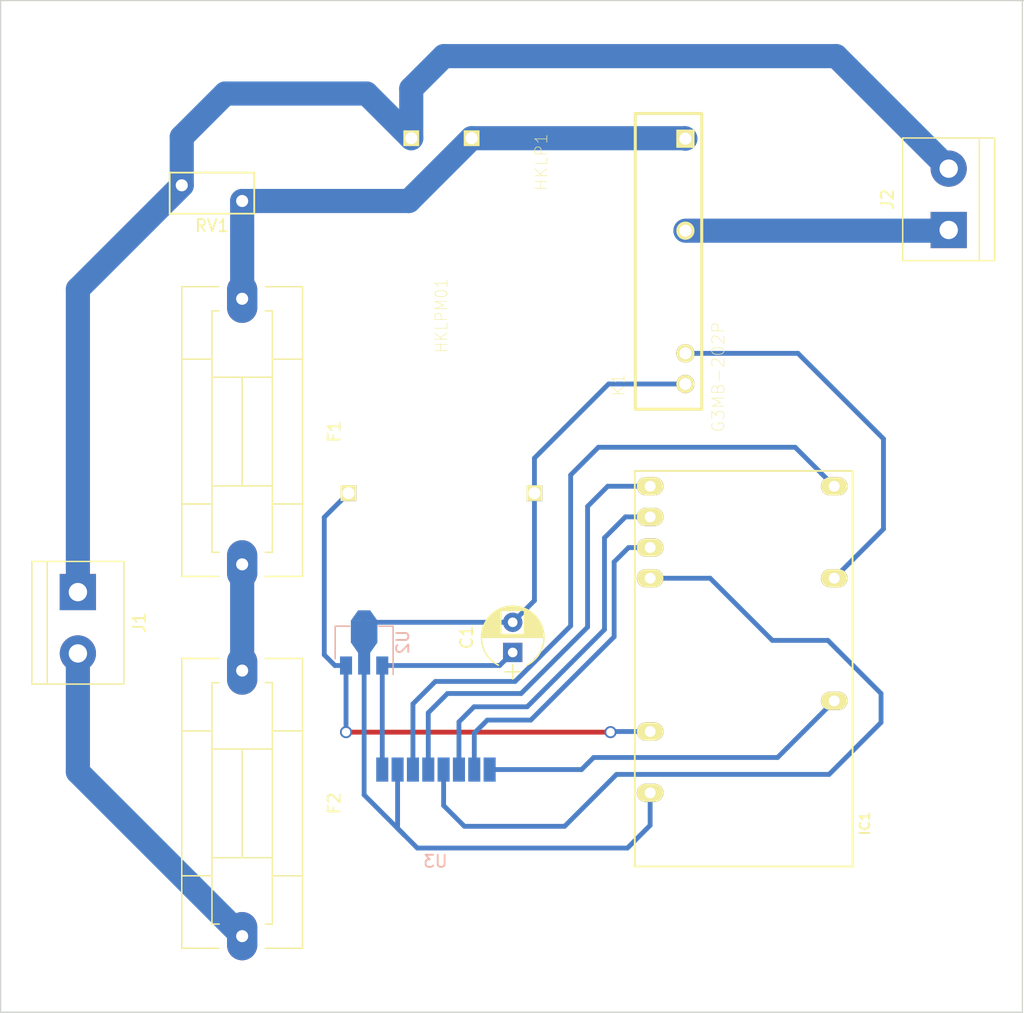
<source format=kicad_pcb>
(kicad_pcb (version 4) (host pcbnew 4.0.7-e2-6376~60~ubuntu17.10.1)

  (general
    (links 28)
    (no_connects 0)
    (area 46.749999 43.149999 131.550001 127.050001)
    (thickness 1.6)
    (drawings 5)
    (tracks 101)
    (zones 0)
    (modules 11)
    (nets 16)
  )

  (page A4)
  (layers
    (0 F.Cu signal)
    (31 B.Cu signal)
    (32 B.Adhes user)
    (33 F.Adhes user)
    (34 B.Paste user)
    (35 F.Paste user)
    (36 B.SilkS user)
    (37 F.SilkS user)
    (38 B.Mask user)
    (39 F.Mask user)
    (40 Dwgs.User user)
    (41 Cmts.User user)
    (42 Eco1.User user)
    (43 Eco2.User user)
    (44 Edge.Cuts user)
    (45 Margin user)
    (46 B.CrtYd user)
    (47 F.CrtYd user)
    (48 B.Fab user)
    (49 F.Fab user)
  )

  (setup
    (last_trace_width 0.4)
    (user_trace_width 0.4)
    (user_trace_width 2)
    (trace_clearance 0.2)
    (zone_clearance 0.508)
    (zone_45_only no)
    (trace_min 0.2)
    (segment_width 0.2)
    (edge_width 0.1)
    (via_size 0.6)
    (via_drill 0.4)
    (via_min_size 0.4)
    (via_min_drill 0.3)
    (user_via 1 0.7)
    (uvia_size 0.3)
    (uvia_drill 0.1)
    (uvias_allowed no)
    (uvia_min_size 0.2)
    (uvia_min_drill 0.1)
    (pcb_text_width 0.3)
    (pcb_text_size 1.5 1.5)
    (mod_edge_width 0.15)
    (mod_text_size 1 1)
    (mod_text_width 0.15)
    (pad_size 1.5 1.5)
    (pad_drill 0.6)
    (pad_to_mask_clearance 0)
    (aux_axis_origin 0 0)
    (visible_elements FFFFFF7F)
    (pcbplotparams
      (layerselection 0x01000_80000000)
      (usegerberextensions false)
      (excludeedgelayer true)
      (linewidth 0.100000)
      (plotframeref false)
      (viasonmask false)
      (mode 1)
      (useauxorigin false)
      (hpglpennumber 1)
      (hpglpenspeed 20)
      (hpglpendiameter 15)
      (hpglpenoverlay 2)
      (psnegative false)
      (psa4output false)
      (plotreference true)
      (plotvalue true)
      (plotinvisibletext false)
      (padsonsilk false)
      (subtractmaskfromsilk false)
      (outputformat 4)
      (mirror false)
      (drillshape 0)
      (scaleselection 1)
      (outputdirectory Gerber/))
  )

  (net 0 "")
  (net 1 "Net-(C1-Pad1)")
  (net 2 "Net-(C1-Pad2)")
  (net 3 "Net-(F1-Pad2)")
  (net 4 "Net-(F1-Pad1)")
  (net 5 "Net-(F2-Pad2)")
  (net 6 "Net-(HKLP1-PadP$2)")
  (net 7 "Net-(HKLP1-PadP$4)")
  (net 8 /a2)
  (net 9 "Net-(IC1-Pad9)")
  (net 10 /a3)
  (net 11 /a1)
  (net 12 /a5)
  (net 13 /a4)
  (net 14 /a6)
  (net 15 "Net-(J2-Pad1)")

  (net_class Default "Esta es la clase de red por defecto."
    (clearance 0.2)
    (trace_width 0.25)
    (via_dia 0.6)
    (via_drill 0.4)
    (uvia_dia 0.3)
    (uvia_drill 0.1)
    (add_net /a1)
    (add_net /a2)
    (add_net /a3)
    (add_net /a4)
    (add_net /a5)
    (add_net /a6)
    (add_net "Net-(C1-Pad1)")
    (add_net "Net-(C1-Pad2)")
    (add_net "Net-(F1-Pad1)")
    (add_net "Net-(F1-Pad2)")
    (add_net "Net-(F2-Pad2)")
    (add_net "Net-(HKLP1-PadP$2)")
    (add_net "Net-(HKLP1-PadP$4)")
    (add_net "Net-(IC1-Pad9)")
    (add_net "Net-(J2-Pad1)")
  )

  (module Capacitors_THT:CP_Radial_D5.0mm_P2.50mm (layer F.Cu) (tedit 597BC7C2) (tstamp 5A576EA9)
    (at 89.2 97.2 90)
    (descr "CP, Radial series, Radial, pin pitch=2.50mm, , diameter=5mm, Electrolytic Capacitor")
    (tags "CP Radial series Radial pin pitch 2.50mm  diameter 5mm Electrolytic Capacitor")
    (path /5A1F4CD8)
    (fp_text reference C1 (at 1.25 -3.81 90) (layer F.SilkS)
      (effects (font (size 1 1) (thickness 0.15)))
    )
    (fp_text value CP1 (at 1.25 3.81 90) (layer F.Fab)
      (effects (font (size 1 1) (thickness 0.15)))
    )
    (fp_arc (start 1.25 0) (end -1.05558 -1.18) (angle 125.8) (layer F.SilkS) (width 0.12))
    (fp_arc (start 1.25 0) (end -1.05558 1.18) (angle -125.8) (layer F.SilkS) (width 0.12))
    (fp_arc (start 1.25 0) (end 3.55558 -1.18) (angle 54.2) (layer F.SilkS) (width 0.12))
    (fp_circle (center 1.25 0) (end 3.75 0) (layer F.Fab) (width 0.1))
    (fp_line (start -2.2 0) (end -1 0) (layer F.Fab) (width 0.1))
    (fp_line (start -1.6 -0.65) (end -1.6 0.65) (layer F.Fab) (width 0.1))
    (fp_line (start 1.25 -2.55) (end 1.25 2.55) (layer F.SilkS) (width 0.12))
    (fp_line (start 1.29 -2.55) (end 1.29 2.55) (layer F.SilkS) (width 0.12))
    (fp_line (start 1.33 -2.549) (end 1.33 2.549) (layer F.SilkS) (width 0.12))
    (fp_line (start 1.37 -2.548) (end 1.37 2.548) (layer F.SilkS) (width 0.12))
    (fp_line (start 1.41 -2.546) (end 1.41 2.546) (layer F.SilkS) (width 0.12))
    (fp_line (start 1.45 -2.543) (end 1.45 2.543) (layer F.SilkS) (width 0.12))
    (fp_line (start 1.49 -2.539) (end 1.49 2.539) (layer F.SilkS) (width 0.12))
    (fp_line (start 1.53 -2.535) (end 1.53 -0.98) (layer F.SilkS) (width 0.12))
    (fp_line (start 1.53 0.98) (end 1.53 2.535) (layer F.SilkS) (width 0.12))
    (fp_line (start 1.57 -2.531) (end 1.57 -0.98) (layer F.SilkS) (width 0.12))
    (fp_line (start 1.57 0.98) (end 1.57 2.531) (layer F.SilkS) (width 0.12))
    (fp_line (start 1.61 -2.525) (end 1.61 -0.98) (layer F.SilkS) (width 0.12))
    (fp_line (start 1.61 0.98) (end 1.61 2.525) (layer F.SilkS) (width 0.12))
    (fp_line (start 1.65 -2.519) (end 1.65 -0.98) (layer F.SilkS) (width 0.12))
    (fp_line (start 1.65 0.98) (end 1.65 2.519) (layer F.SilkS) (width 0.12))
    (fp_line (start 1.69 -2.513) (end 1.69 -0.98) (layer F.SilkS) (width 0.12))
    (fp_line (start 1.69 0.98) (end 1.69 2.513) (layer F.SilkS) (width 0.12))
    (fp_line (start 1.73 -2.506) (end 1.73 -0.98) (layer F.SilkS) (width 0.12))
    (fp_line (start 1.73 0.98) (end 1.73 2.506) (layer F.SilkS) (width 0.12))
    (fp_line (start 1.77 -2.498) (end 1.77 -0.98) (layer F.SilkS) (width 0.12))
    (fp_line (start 1.77 0.98) (end 1.77 2.498) (layer F.SilkS) (width 0.12))
    (fp_line (start 1.81 -2.489) (end 1.81 -0.98) (layer F.SilkS) (width 0.12))
    (fp_line (start 1.81 0.98) (end 1.81 2.489) (layer F.SilkS) (width 0.12))
    (fp_line (start 1.85 -2.48) (end 1.85 -0.98) (layer F.SilkS) (width 0.12))
    (fp_line (start 1.85 0.98) (end 1.85 2.48) (layer F.SilkS) (width 0.12))
    (fp_line (start 1.89 -2.47) (end 1.89 -0.98) (layer F.SilkS) (width 0.12))
    (fp_line (start 1.89 0.98) (end 1.89 2.47) (layer F.SilkS) (width 0.12))
    (fp_line (start 1.93 -2.46) (end 1.93 -0.98) (layer F.SilkS) (width 0.12))
    (fp_line (start 1.93 0.98) (end 1.93 2.46) (layer F.SilkS) (width 0.12))
    (fp_line (start 1.971 -2.448) (end 1.971 -0.98) (layer F.SilkS) (width 0.12))
    (fp_line (start 1.971 0.98) (end 1.971 2.448) (layer F.SilkS) (width 0.12))
    (fp_line (start 2.011 -2.436) (end 2.011 -0.98) (layer F.SilkS) (width 0.12))
    (fp_line (start 2.011 0.98) (end 2.011 2.436) (layer F.SilkS) (width 0.12))
    (fp_line (start 2.051 -2.424) (end 2.051 -0.98) (layer F.SilkS) (width 0.12))
    (fp_line (start 2.051 0.98) (end 2.051 2.424) (layer F.SilkS) (width 0.12))
    (fp_line (start 2.091 -2.41) (end 2.091 -0.98) (layer F.SilkS) (width 0.12))
    (fp_line (start 2.091 0.98) (end 2.091 2.41) (layer F.SilkS) (width 0.12))
    (fp_line (start 2.131 -2.396) (end 2.131 -0.98) (layer F.SilkS) (width 0.12))
    (fp_line (start 2.131 0.98) (end 2.131 2.396) (layer F.SilkS) (width 0.12))
    (fp_line (start 2.171 -2.382) (end 2.171 -0.98) (layer F.SilkS) (width 0.12))
    (fp_line (start 2.171 0.98) (end 2.171 2.382) (layer F.SilkS) (width 0.12))
    (fp_line (start 2.211 -2.366) (end 2.211 -0.98) (layer F.SilkS) (width 0.12))
    (fp_line (start 2.211 0.98) (end 2.211 2.366) (layer F.SilkS) (width 0.12))
    (fp_line (start 2.251 -2.35) (end 2.251 -0.98) (layer F.SilkS) (width 0.12))
    (fp_line (start 2.251 0.98) (end 2.251 2.35) (layer F.SilkS) (width 0.12))
    (fp_line (start 2.291 -2.333) (end 2.291 -0.98) (layer F.SilkS) (width 0.12))
    (fp_line (start 2.291 0.98) (end 2.291 2.333) (layer F.SilkS) (width 0.12))
    (fp_line (start 2.331 -2.315) (end 2.331 -0.98) (layer F.SilkS) (width 0.12))
    (fp_line (start 2.331 0.98) (end 2.331 2.315) (layer F.SilkS) (width 0.12))
    (fp_line (start 2.371 -2.296) (end 2.371 -0.98) (layer F.SilkS) (width 0.12))
    (fp_line (start 2.371 0.98) (end 2.371 2.296) (layer F.SilkS) (width 0.12))
    (fp_line (start 2.411 -2.276) (end 2.411 -0.98) (layer F.SilkS) (width 0.12))
    (fp_line (start 2.411 0.98) (end 2.411 2.276) (layer F.SilkS) (width 0.12))
    (fp_line (start 2.451 -2.256) (end 2.451 -0.98) (layer F.SilkS) (width 0.12))
    (fp_line (start 2.451 0.98) (end 2.451 2.256) (layer F.SilkS) (width 0.12))
    (fp_line (start 2.491 -2.234) (end 2.491 -0.98) (layer F.SilkS) (width 0.12))
    (fp_line (start 2.491 0.98) (end 2.491 2.234) (layer F.SilkS) (width 0.12))
    (fp_line (start 2.531 -2.212) (end 2.531 -0.98) (layer F.SilkS) (width 0.12))
    (fp_line (start 2.531 0.98) (end 2.531 2.212) (layer F.SilkS) (width 0.12))
    (fp_line (start 2.571 -2.189) (end 2.571 -0.98) (layer F.SilkS) (width 0.12))
    (fp_line (start 2.571 0.98) (end 2.571 2.189) (layer F.SilkS) (width 0.12))
    (fp_line (start 2.611 -2.165) (end 2.611 -0.98) (layer F.SilkS) (width 0.12))
    (fp_line (start 2.611 0.98) (end 2.611 2.165) (layer F.SilkS) (width 0.12))
    (fp_line (start 2.651 -2.14) (end 2.651 -0.98) (layer F.SilkS) (width 0.12))
    (fp_line (start 2.651 0.98) (end 2.651 2.14) (layer F.SilkS) (width 0.12))
    (fp_line (start 2.691 -2.113) (end 2.691 -0.98) (layer F.SilkS) (width 0.12))
    (fp_line (start 2.691 0.98) (end 2.691 2.113) (layer F.SilkS) (width 0.12))
    (fp_line (start 2.731 -2.086) (end 2.731 -0.98) (layer F.SilkS) (width 0.12))
    (fp_line (start 2.731 0.98) (end 2.731 2.086) (layer F.SilkS) (width 0.12))
    (fp_line (start 2.771 -2.058) (end 2.771 -0.98) (layer F.SilkS) (width 0.12))
    (fp_line (start 2.771 0.98) (end 2.771 2.058) (layer F.SilkS) (width 0.12))
    (fp_line (start 2.811 -2.028) (end 2.811 -0.98) (layer F.SilkS) (width 0.12))
    (fp_line (start 2.811 0.98) (end 2.811 2.028) (layer F.SilkS) (width 0.12))
    (fp_line (start 2.851 -1.997) (end 2.851 -0.98) (layer F.SilkS) (width 0.12))
    (fp_line (start 2.851 0.98) (end 2.851 1.997) (layer F.SilkS) (width 0.12))
    (fp_line (start 2.891 -1.965) (end 2.891 -0.98) (layer F.SilkS) (width 0.12))
    (fp_line (start 2.891 0.98) (end 2.891 1.965) (layer F.SilkS) (width 0.12))
    (fp_line (start 2.931 -1.932) (end 2.931 -0.98) (layer F.SilkS) (width 0.12))
    (fp_line (start 2.931 0.98) (end 2.931 1.932) (layer F.SilkS) (width 0.12))
    (fp_line (start 2.971 -1.897) (end 2.971 -0.98) (layer F.SilkS) (width 0.12))
    (fp_line (start 2.971 0.98) (end 2.971 1.897) (layer F.SilkS) (width 0.12))
    (fp_line (start 3.011 -1.861) (end 3.011 -0.98) (layer F.SilkS) (width 0.12))
    (fp_line (start 3.011 0.98) (end 3.011 1.861) (layer F.SilkS) (width 0.12))
    (fp_line (start 3.051 -1.823) (end 3.051 -0.98) (layer F.SilkS) (width 0.12))
    (fp_line (start 3.051 0.98) (end 3.051 1.823) (layer F.SilkS) (width 0.12))
    (fp_line (start 3.091 -1.783) (end 3.091 -0.98) (layer F.SilkS) (width 0.12))
    (fp_line (start 3.091 0.98) (end 3.091 1.783) (layer F.SilkS) (width 0.12))
    (fp_line (start 3.131 -1.742) (end 3.131 -0.98) (layer F.SilkS) (width 0.12))
    (fp_line (start 3.131 0.98) (end 3.131 1.742) (layer F.SilkS) (width 0.12))
    (fp_line (start 3.171 -1.699) (end 3.171 -0.98) (layer F.SilkS) (width 0.12))
    (fp_line (start 3.171 0.98) (end 3.171 1.699) (layer F.SilkS) (width 0.12))
    (fp_line (start 3.211 -1.654) (end 3.211 -0.98) (layer F.SilkS) (width 0.12))
    (fp_line (start 3.211 0.98) (end 3.211 1.654) (layer F.SilkS) (width 0.12))
    (fp_line (start 3.251 -1.606) (end 3.251 -0.98) (layer F.SilkS) (width 0.12))
    (fp_line (start 3.251 0.98) (end 3.251 1.606) (layer F.SilkS) (width 0.12))
    (fp_line (start 3.291 -1.556) (end 3.291 -0.98) (layer F.SilkS) (width 0.12))
    (fp_line (start 3.291 0.98) (end 3.291 1.556) (layer F.SilkS) (width 0.12))
    (fp_line (start 3.331 -1.504) (end 3.331 -0.98) (layer F.SilkS) (width 0.12))
    (fp_line (start 3.331 0.98) (end 3.331 1.504) (layer F.SilkS) (width 0.12))
    (fp_line (start 3.371 -1.448) (end 3.371 -0.98) (layer F.SilkS) (width 0.12))
    (fp_line (start 3.371 0.98) (end 3.371 1.448) (layer F.SilkS) (width 0.12))
    (fp_line (start 3.411 -1.39) (end 3.411 -0.98) (layer F.SilkS) (width 0.12))
    (fp_line (start 3.411 0.98) (end 3.411 1.39) (layer F.SilkS) (width 0.12))
    (fp_line (start 3.451 -1.327) (end 3.451 -0.98) (layer F.SilkS) (width 0.12))
    (fp_line (start 3.451 0.98) (end 3.451 1.327) (layer F.SilkS) (width 0.12))
    (fp_line (start 3.491 -1.261) (end 3.491 1.261) (layer F.SilkS) (width 0.12))
    (fp_line (start 3.531 -1.189) (end 3.531 1.189) (layer F.SilkS) (width 0.12))
    (fp_line (start 3.571 -1.112) (end 3.571 1.112) (layer F.SilkS) (width 0.12))
    (fp_line (start 3.611 -1.028) (end 3.611 1.028) (layer F.SilkS) (width 0.12))
    (fp_line (start 3.651 -0.934) (end 3.651 0.934) (layer F.SilkS) (width 0.12))
    (fp_line (start 3.691 -0.829) (end 3.691 0.829) (layer F.SilkS) (width 0.12))
    (fp_line (start 3.731 -0.707) (end 3.731 0.707) (layer F.SilkS) (width 0.12))
    (fp_line (start 3.771 -0.559) (end 3.771 0.559) (layer F.SilkS) (width 0.12))
    (fp_line (start 3.811 -0.354) (end 3.811 0.354) (layer F.SilkS) (width 0.12))
    (fp_line (start -2.2 0) (end -1 0) (layer F.SilkS) (width 0.12))
    (fp_line (start -1.6 -0.65) (end -1.6 0.65) (layer F.SilkS) (width 0.12))
    (fp_line (start -1.6 -2.85) (end -1.6 2.85) (layer F.CrtYd) (width 0.05))
    (fp_line (start -1.6 2.85) (end 4.1 2.85) (layer F.CrtYd) (width 0.05))
    (fp_line (start 4.1 2.85) (end 4.1 -2.85) (layer F.CrtYd) (width 0.05))
    (fp_line (start 4.1 -2.85) (end -1.6 -2.85) (layer F.CrtYd) (width 0.05))
    (fp_text user %R (at 1.25 0 90) (layer F.Fab)
      (effects (font (size 1 1) (thickness 0.15)))
    )
    (pad 1 thru_hole rect (at 0 0 90) (size 1.6 1.6) (drill 0.8) (layers *.Cu *.Mask)
      (net 1 "Net-(C1-Pad1)"))
    (pad 2 thru_hole circle (at 2.5 0 90) (size 1.6 1.6) (drill 0.8) (layers *.Cu *.Mask)
      (net 2 "Net-(C1-Pad2)"))
    (model ${KISYS3DMOD}/Capacitors_THT.3dshapes/CP_Radial_D5.0mm_P2.50mm.wrl
      (at (xyz 0 0 0))
      (scale (xyz 1 1 1))
      (rotate (xyz 0 0 0))
    )
  )

  (module Connectors_Terminal_Blocks:TerminalBlock_bornier-2_P5.08mm (layer F.Cu) (tedit 59FF03AB) (tstamp 5A576ED0)
    (at 53.2 92.2 270)
    (descr "simple 2-pin terminal block, pitch 5.08mm, revamped version of bornier2")
    (tags "terminal block bornier2")
    (path /5A17AA23)
    (fp_text reference J1 (at 2.54 -5.08 270) (layer F.SilkS)
      (effects (font (size 1 1) (thickness 0.15)))
    )
    (fp_text value "AC INPUT" (at 2.54 5.08 270) (layer F.Fab)
      (effects (font (size 1 1) (thickness 0.15)))
    )
    (fp_text user %R (at 2.54 0 270) (layer F.Fab)
      (effects (font (size 1 1) (thickness 0.15)))
    )
    (fp_line (start -2.41 2.55) (end 7.49 2.55) (layer F.Fab) (width 0.1))
    (fp_line (start -2.46 -3.75) (end -2.46 3.75) (layer F.Fab) (width 0.1))
    (fp_line (start -2.46 3.75) (end 7.54 3.75) (layer F.Fab) (width 0.1))
    (fp_line (start 7.54 3.75) (end 7.54 -3.75) (layer F.Fab) (width 0.1))
    (fp_line (start 7.54 -3.75) (end -2.46 -3.75) (layer F.Fab) (width 0.1))
    (fp_line (start 7.62 2.54) (end -2.54 2.54) (layer F.SilkS) (width 0.12))
    (fp_line (start 7.62 3.81) (end 7.62 -3.81) (layer F.SilkS) (width 0.12))
    (fp_line (start 7.62 -3.81) (end -2.54 -3.81) (layer F.SilkS) (width 0.12))
    (fp_line (start -2.54 -3.81) (end -2.54 3.81) (layer F.SilkS) (width 0.12))
    (fp_line (start -2.54 3.81) (end 7.62 3.81) (layer F.SilkS) (width 0.12))
    (fp_line (start -2.71 -4) (end 7.79 -4) (layer F.CrtYd) (width 0.05))
    (fp_line (start -2.71 -4) (end -2.71 4) (layer F.CrtYd) (width 0.05))
    (fp_line (start 7.79 4) (end 7.79 -4) (layer F.CrtYd) (width 0.05))
    (fp_line (start 7.79 4) (end -2.71 4) (layer F.CrtYd) (width 0.05))
    (pad 1 thru_hole rect (at 0 0 270) (size 3 3) (drill 1.52) (layers *.Cu *.Mask)
      (net 6 "Net-(HKLP1-PadP$2)"))
    (pad 2 thru_hole circle (at 5.08 0 270) (size 3 3) (drill 1.52) (layers *.Cu *.Mask)
      (net 5 "Net-(F2-Pad2)"))
    (model ${KISYS3DMOD}/Terminal_Blocks.3dshapes/TerminalBlock_bornier-2_P5.08mm.wrl
      (at (xyz 0.1 0 0))
      (scale (xyz 1 1 1))
      (rotate (xyz 0 0 0))
    )
  )

  (module Connectors_Terminal_Blocks:TerminalBlock_bornier-2_P5.08mm (layer F.Cu) (tedit 59FF03AB) (tstamp 5A576ED6)
    (at 125.3 62.2 90)
    (descr "simple 2-pin terminal block, pitch 5.08mm, revamped version of bornier2")
    (tags "terminal block bornier2")
    (path /5A17ABA2)
    (fp_text reference J2 (at 2.54 -5.08 90) (layer F.SilkS)
      (effects (font (size 1 1) (thickness 0.15)))
    )
    (fp_text value "AC OUTPUT" (at 2.54 5.08 90) (layer F.Fab)
      (effects (font (size 1 1) (thickness 0.15)))
    )
    (fp_text user %R (at 2.54 0 90) (layer F.Fab)
      (effects (font (size 1 1) (thickness 0.15)))
    )
    (fp_line (start -2.41 2.55) (end 7.49 2.55) (layer F.Fab) (width 0.1))
    (fp_line (start -2.46 -3.75) (end -2.46 3.75) (layer F.Fab) (width 0.1))
    (fp_line (start -2.46 3.75) (end 7.54 3.75) (layer F.Fab) (width 0.1))
    (fp_line (start 7.54 3.75) (end 7.54 -3.75) (layer F.Fab) (width 0.1))
    (fp_line (start 7.54 -3.75) (end -2.46 -3.75) (layer F.Fab) (width 0.1))
    (fp_line (start 7.62 2.54) (end -2.54 2.54) (layer F.SilkS) (width 0.12))
    (fp_line (start 7.62 3.81) (end 7.62 -3.81) (layer F.SilkS) (width 0.12))
    (fp_line (start 7.62 -3.81) (end -2.54 -3.81) (layer F.SilkS) (width 0.12))
    (fp_line (start -2.54 -3.81) (end -2.54 3.81) (layer F.SilkS) (width 0.12))
    (fp_line (start -2.54 3.81) (end 7.62 3.81) (layer F.SilkS) (width 0.12))
    (fp_line (start -2.71 -4) (end 7.79 -4) (layer F.CrtYd) (width 0.05))
    (fp_line (start -2.71 -4) (end -2.71 4) (layer F.CrtYd) (width 0.05))
    (fp_line (start 7.79 4) (end 7.79 -4) (layer F.CrtYd) (width 0.05))
    (fp_line (start 7.79 4) (end -2.71 4) (layer F.CrtYd) (width 0.05))
    (pad 1 thru_hole rect (at 0 0 90) (size 3 3) (drill 1.52) (layers *.Cu *.Mask)
      (net 15 "Net-(J2-Pad1)"))
    (pad 2 thru_hole circle (at 5.08 0 90) (size 3 3) (drill 1.52) (layers *.Cu *.Mask)
      (net 6 "Net-(HKLP1-PadP$2)"))
    (model ${KISYS3DMOD}/Terminal_Blocks.3dshapes/TerminalBlock_bornier-2_P5.08mm.wrl
      (at (xyz 0.1 0 0))
      (scale (xyz 1 1 1))
      (rotate (xyz 0 0 0))
    )
  )

  (module ReleSSD:RELAY_G3MB-202P (layer F.Cu) (tedit 0) (tstamp 5A576EDE)
    (at 102.1 64.8 90)
    (path /5A1799D5)
    (fp_text reference K1 (at -10.2204 -4.13922 90) (layer F.SilkS)
      (effects (font (size 1.00102 1.00102) (thickness 0.05)))
    )
    (fp_text value G3MB-202P (at -9.59088 4.1218 90) (layer F.SilkS)
      (effects (font (size 1.00165 1.00165) (thickness 0.05)))
    )
    (fp_line (start -12.25 2.75) (end 12.25 2.75) (layer F.SilkS) (width 0.254))
    (fp_line (start 12.25 2.75) (end 12.25 -2.75) (layer F.SilkS) (width 0.254))
    (fp_line (start 12.25 -2.75) (end -12.25 -2.75) (layer F.SilkS) (width 0.254))
    (fp_line (start -12.25 -2.75) (end -12.25 2.75) (layer F.SilkS) (width 0.254))
    (fp_line (start -12.75 -3.25) (end 12.75 -3.25) (layer Dwgs.User) (width 0.127))
    (fp_line (start 12.75 -3.25) (end 12.75 3.25) (layer Dwgs.User) (width 0.127))
    (fp_line (start 12.75 3.25) (end -12.75 3.25) (layer Dwgs.User) (width 0.127))
    (fp_line (start -12.75 3.25) (end -12.75 -3.25) (layer Dwgs.User) (width 0.127))
    (pad 4 thru_hole circle (at -10.16 1.4 90) (size 1.508 1.508) (drill 1) (layers *.Cu *.Mask F.SilkS)
      (net 2 "Net-(C1-Pad2)"))
    (pad 3 thru_hole circle (at -7.62 1.4 90) (size 1.508 1.508) (drill 1) (layers *.Cu *.Mask F.SilkS)
      (net 9 "Net-(IC1-Pad9)"))
    (pad 2 thru_hole circle (at 2.54 1.4 90) (size 1.508 1.508) (drill 1) (layers *.Cu *.Mask F.SilkS)
      (net 15 "Net-(J2-Pad1)"))
    (pad 1 thru_hole rect (at 10.16 1.4 90) (size 1.508 1.508) (drill 1) (layers *.Cu *.Mask F.SilkS)
      (net 4 "Net-(F1-Pad1)"))
  )

  (module TO_SOT_Packages_SMD:SOT-89-3 (layer B.Cu) (tedit 591F0203) (tstamp 5A576EEE)
    (at 76.9 96.8 90)
    (descr SOT-89-3)
    (tags SOT-89-3)
    (path /5A1F4637)
    (attr smd)
    (fp_text reference U2 (at 0.45 3.2 90) (layer B.SilkS)
      (effects (font (size 1 1) (thickness 0.15)) (justify mirror))
    )
    (fp_text value L78L33_SOT89 (at 0.45 -3.25 90) (layer B.Fab)
      (effects (font (size 1 1) (thickness 0.15)) (justify mirror))
    )
    (fp_text user %R (at 0.38 0 360) (layer B.Fab)
      (effects (font (size 0.6 0.6) (thickness 0.09)) (justify mirror))
    )
    (fp_line (start 1.78 -1.2) (end 1.78 -2.4) (layer B.SilkS) (width 0.12))
    (fp_line (start 1.78 -2.4) (end -0.92 -2.4) (layer B.SilkS) (width 0.12))
    (fp_line (start -2.22 2.4) (end 1.78 2.4) (layer B.SilkS) (width 0.12))
    (fp_line (start 1.78 2.4) (end 1.78 1.2) (layer B.SilkS) (width 0.12))
    (fp_line (start -0.92 1.51) (end -0.13 2.3) (layer B.Fab) (width 0.1))
    (fp_line (start 1.68 2.3) (end 1.68 -2.3) (layer B.Fab) (width 0.1))
    (fp_line (start 1.68 -2.3) (end -0.92 -2.3) (layer B.Fab) (width 0.1))
    (fp_line (start -0.92 -2.3) (end -0.92 1.51) (layer B.Fab) (width 0.1))
    (fp_line (start -0.13 2.3) (end 1.68 2.3) (layer B.Fab) (width 0.1))
    (fp_line (start 3.23 2.55) (end 3.23 -2.55) (layer B.CrtYd) (width 0.05))
    (fp_line (start 3.23 2.55) (end -2.48 2.55) (layer B.CrtYd) (width 0.05))
    (fp_line (start -2.48 -2.55) (end 3.23 -2.55) (layer B.CrtYd) (width 0.05))
    (fp_line (start -2.48 -2.55) (end -2.48 2.55) (layer B.CrtYd) (width 0.05))
    (pad 2 smd trapezoid (at 2.667 0 180) (size 1.6 0.85) (rect_delta 0 -0.6 ) (layers B.Cu B.Paste B.Mask)
      (net 2 "Net-(C1-Pad2)"))
    (pad 1 smd rect (at -1.48 1.5 180) (size 1 1.5) (layers B.Cu B.Paste B.Mask)
      (net 1 "Net-(C1-Pad1)"))
    (pad 2 smd rect (at -1.3335 0 180) (size 1 1.8) (layers B.Cu B.Paste B.Mask)
      (net 2 "Net-(C1-Pad2)"))
    (pad 3 smd rect (at -1.48 -1.5 180) (size 1 1.5) (layers B.Cu B.Paste B.Mask)
      (net 7 "Net-(HKLP1-PadP$4)"))
    (pad 2 smd rect (at 1.3335 0 180) (size 2.2 1.84) (layers B.Cu B.Paste B.Mask)
      (net 2 "Net-(C1-Pad2)"))
    (pad 2 smd trapezoid (at -0.0762 0) (size 1.5 1) (rect_delta 0 -0.7 ) (layers B.Cu B.Paste B.Mask)
      (net 2 "Net-(C1-Pad2)"))
    (model ${KISYS3DMOD}/TO_SOT_Packages_SMD.3dshapes/SOT-89-3.wrl
      (at (xyz 0 0 0))
      (scale (xyz 1 1 1))
      (rotate (xyz 0 0 0))
    )
  )

  (module mysensors_radios:NRF24L01-SMD (layer B.Cu) (tedit 574A9E44) (tstamp 5A576EFA)
    (at 82.8 115.6)
    (path /5A1797CA)
    (fp_text reference U3 (at 0 -1.1) (layer B.SilkS)
      (effects (font (size 1 1) (thickness 0.15)) (justify mirror))
    )
    (fp_text value NRF24L01 (at 0 4.8) (layer B.Fab)
      (effects (font (size 1 1) (thickness 0.15)) (justify mirror))
    )
    (fp_line (start -6 2.8) (end 6 2.8) (layer B.CrtYd) (width 0.15))
    (fp_line (start -6 -8.7) (end -6 9.3) (layer B.CrtYd) (width 0.15))
    (fp_line (start 6 -8.7) (end -6 -8.7) (layer B.CrtYd) (width 0.15))
    (fp_line (start 6 9.3) (end 6 -8.7) (layer B.CrtYd) (width 0.15))
    (fp_line (start -6 9.3) (end 6 9.3) (layer B.CrtYd) (width 0.15))
    (pad 2 smd rect (at -4.4 -8.7) (size 1 2) (layers B.Cu B.Paste B.Mask)
      (net 1 "Net-(C1-Pad1)"))
    (pad 1 smd rect (at -3.13 -8.7) (size 1 2) (layers B.Cu B.Paste B.Mask)
      (net 2 "Net-(C1-Pad2)"))
    (pad 3 smd rect (at -1.86 -8.7) (size 1 2) (layers B.Cu B.Paste B.Mask)
      (net 10 /a3))
    (pad 4 smd rect (at -0.59 -8.7) (size 1 2) (layers B.Cu B.Paste B.Mask)
      (net 11 /a1))
    (pad 5 smd rect (at 0.68 -8.7) (size 1 2) (layers B.Cu B.Paste B.Mask)
      (net 14 /a6))
    (pad 6 smd rect (at 1.95 -8.7) (size 1 2) (layers B.Cu B.Paste B.Mask)
      (net 12 /a5))
    (pad 7 smd rect (at 3.22 -8.7) (size 1 2) (layers B.Cu B.Paste B.Mask)
      (net 13 /a4))
    (pad 8 smd rect (at 4.49 -8.7) (size 1 2) (layers B.Cu B.Paste B.Mask)
      (net 8 /a2))
    (model ${MYSLOCAL}/mysensors.3dshapes/mysensors_radios.3dshapes/nrf24smd.wrl
      (at (xyz -5.7625 2.9 0.03))
      (scale (xyz 0.395 0.395 0.395))
      (rotate (xyz 0 0 0))
    )
    (model Housings_DFN_QFN.3dshapes/QFN-20-1EP_5x5mm_Pitch0.65mm.wrl
      (at (xyz 0.0165 -0.109 0.062))
      (scale (xyz 1 1 1))
      (rotate (xyz 0 0 0))
    )
  )

  (module Huella_Fusibles_LDH:Fuseholder5x20_horiz_SemiClosed_Casing10x25mm (layer F.Cu) (tedit 5A577227) (tstamp 5A578975)
    (at 66.8 67.9 270)
    (descr "Fuseholder, 5x20, Semi closed, horizontal, Casing 10x25mm,")
    (tags "Fuseholder 5x20 Semi closed horizontal Casing 10x25mm Sicherungshalter halbgeschlossen ")
    (path /5A17AC9F)
    (fp_text reference F1 (at 11 -7.62 270) (layer F.SilkS)
      (effects (font (size 1 1) (thickness 0.15)))
    )
    (fp_text value Fusible (at 12.27 7.62 270) (layer F.Fab)
      (effects (font (size 1 1) (thickness 0.15)))
    )
    (fp_line (start 5 2.5) (end 5 4.9) (layer F.Fab) (width 0.1))
    (fp_line (start 17 -2.5) (end 17 -4.9) (layer F.Fab) (width 0.1))
    (fp_line (start 17 2.5) (end 17 4.95) (layer F.Fab) (width 0.1))
    (fp_line (start 15.5 -2.5) (end 15.5 2.5) (layer F.Fab) (width 0.1))
    (fp_line (start 6.5 0) (end 15.5 0) (layer F.Fab) (width 0.1))
    (fp_line (start 6.5 -2.5) (end 6.5 2.5) (layer F.Fab) (width 0.1))
    (fp_line (start 5 -4.9) (end 5 -2.5) (layer F.Fab) (width 0.1))
    (fp_line (start 1 -2.5) (end 1 2.5) (layer F.Fab) (width 0.1))
    (fp_line (start 1 2.5) (end 21 2.5) (layer F.Fab) (width 0.1))
    (fp_line (start 21 2.5) (end 21 -2.5) (layer F.Fab) (width 0.1))
    (fp_line (start 21 -2.5) (end 1 -2.5) (layer F.Fab) (width 0.1))
    (fp_line (start -0.9 -4.9) (end -0.9 4.9) (layer F.Fab) (width 0.1))
    (fp_line (start -0.9 4.9) (end 22.9 4.9) (layer F.Fab) (width 0.1))
    (fp_line (start 22.9 4.9) (end 22.9 -4.9) (layer F.Fab) (width 0.1))
    (fp_line (start 22.9 -4.9) (end -0.9 -4.9) (layer F.Fab) (width 0.1))
    (fp_line (start 5 -2.5) (end 5 -5) (layer F.SilkS) (width 0.12))
    (fp_line (start 5 5) (end 5 2.5) (layer F.SilkS) (width 0.12))
    (fp_line (start 17 5) (end 17 2.5) (layer F.SilkS) (width 0.12))
    (fp_line (start 17 -5) (end 17 -2.5) (layer F.SilkS) (width 0.12))
    (fp_line (start 6.5 0) (end 15.5 0) (layer F.SilkS) (width 0.12))
    (fp_line (start 6.5 -2.5) (end 6.5 2.5) (layer F.SilkS) (width 0.12))
    (fp_line (start 15.5 -2.5) (end 15.5 2.5) (layer F.SilkS) (width 0.12))
    (fp_line (start 21 -1.9) (end 21 -2.5) (layer F.SilkS) (width 0.12))
    (fp_line (start 1 1.9) (end 1 2.5) (layer F.SilkS) (width 0.12))
    (fp_line (start 1 2.5) (end 21 2.5) (layer F.SilkS) (width 0.12))
    (fp_line (start 21 2.5) (end 21 1.9) (layer F.SilkS) (width 0.12))
    (fp_line (start 21 -2.5) (end 1 -2.5) (layer F.SilkS) (width 0.12))
    (fp_line (start 1 -2.5) (end 1 -1.9) (layer F.SilkS) (width 0.12))
    (fp_line (start 23 -1.9) (end 23 -5) (layer F.SilkS) (width 0.12))
    (fp_line (start -1 1.9) (end -1 5) (layer F.SilkS) (width 0.12))
    (fp_line (start -1 5) (end 23 5) (layer F.SilkS) (width 0.12))
    (fp_line (start 23 5) (end 23 1.9) (layer F.SilkS) (width 0.12))
    (fp_line (start 23 -5) (end -1 -5) (layer F.SilkS) (width 0.12))
    (fp_line (start -1 -5) (end -1 -1.9) (layer F.SilkS) (width 0.12))
    (fp_line (start -1.5 -5.15) (end 23.5 -5.15) (layer F.CrtYd) (width 0.05))
    (fp_line (start -1.5 -5.15) (end -1.5 5.2) (layer F.CrtYd) (width 0.05))
    (fp_line (start 23.5 5.2) (end 23.5 -5.15) (layer F.CrtYd) (width 0.05))
    (fp_line (start 23.5 5.2) (end -1.5 5.2) (layer F.CrtYd) (width 0.05))
    (pad 2 thru_hole oval (at 22 0 180) (size 2.5 4) (drill 1) (layers *.Cu *.Mask)
      (net 3 "Net-(F1-Pad2)"))
    (pad 1 thru_hole oval (at 0 0 180) (size 2.5 4) (drill 1) (layers *.Cu *.Mask)
      (net 4 "Net-(F1-Pad1)"))
  )

  (module Huella_Fusibles_LDH:Fuseholder5x20_horiz_SemiClosed_Casing10x25mm (layer F.Cu) (tedit 5A577227) (tstamp 5A57897A)
    (at 66.8 98.7 270)
    (descr "Fuseholder, 5x20, Semi closed, horizontal, Casing 10x25mm,")
    (tags "Fuseholder 5x20 Semi closed horizontal Casing 10x25mm Sicherungshalter halbgeschlossen ")
    (path /5A17B00C)
    (fp_text reference F2 (at 11 -7.62 270) (layer F.SilkS)
      (effects (font (size 1 1) (thickness 0.15)))
    )
    (fp_text value Termo (at 12.27 7.62 270) (layer F.Fab)
      (effects (font (size 1 1) (thickness 0.15)))
    )
    (fp_line (start 5 2.5) (end 5 4.9) (layer F.Fab) (width 0.1))
    (fp_line (start 17 -2.5) (end 17 -4.9) (layer F.Fab) (width 0.1))
    (fp_line (start 17 2.5) (end 17 4.95) (layer F.Fab) (width 0.1))
    (fp_line (start 15.5 -2.5) (end 15.5 2.5) (layer F.Fab) (width 0.1))
    (fp_line (start 6.5 0) (end 15.5 0) (layer F.Fab) (width 0.1))
    (fp_line (start 6.5 -2.5) (end 6.5 2.5) (layer F.Fab) (width 0.1))
    (fp_line (start 5 -4.9) (end 5 -2.5) (layer F.Fab) (width 0.1))
    (fp_line (start 1 -2.5) (end 1 2.5) (layer F.Fab) (width 0.1))
    (fp_line (start 1 2.5) (end 21 2.5) (layer F.Fab) (width 0.1))
    (fp_line (start 21 2.5) (end 21 -2.5) (layer F.Fab) (width 0.1))
    (fp_line (start 21 -2.5) (end 1 -2.5) (layer F.Fab) (width 0.1))
    (fp_line (start -0.9 -4.9) (end -0.9 4.9) (layer F.Fab) (width 0.1))
    (fp_line (start -0.9 4.9) (end 22.9 4.9) (layer F.Fab) (width 0.1))
    (fp_line (start 22.9 4.9) (end 22.9 -4.9) (layer F.Fab) (width 0.1))
    (fp_line (start 22.9 -4.9) (end -0.9 -4.9) (layer F.Fab) (width 0.1))
    (fp_line (start 5 -2.5) (end 5 -5) (layer F.SilkS) (width 0.12))
    (fp_line (start 5 5) (end 5 2.5) (layer F.SilkS) (width 0.12))
    (fp_line (start 17 5) (end 17 2.5) (layer F.SilkS) (width 0.12))
    (fp_line (start 17 -5) (end 17 -2.5) (layer F.SilkS) (width 0.12))
    (fp_line (start 6.5 0) (end 15.5 0) (layer F.SilkS) (width 0.12))
    (fp_line (start 6.5 -2.5) (end 6.5 2.5) (layer F.SilkS) (width 0.12))
    (fp_line (start 15.5 -2.5) (end 15.5 2.5) (layer F.SilkS) (width 0.12))
    (fp_line (start 21 -1.9) (end 21 -2.5) (layer F.SilkS) (width 0.12))
    (fp_line (start 1 1.9) (end 1 2.5) (layer F.SilkS) (width 0.12))
    (fp_line (start 1 2.5) (end 21 2.5) (layer F.SilkS) (width 0.12))
    (fp_line (start 21 2.5) (end 21 1.9) (layer F.SilkS) (width 0.12))
    (fp_line (start 21 -2.5) (end 1 -2.5) (layer F.SilkS) (width 0.12))
    (fp_line (start 1 -2.5) (end 1 -1.9) (layer F.SilkS) (width 0.12))
    (fp_line (start 23 -1.9) (end 23 -5) (layer F.SilkS) (width 0.12))
    (fp_line (start -1 1.9) (end -1 5) (layer F.SilkS) (width 0.12))
    (fp_line (start -1 5) (end 23 5) (layer F.SilkS) (width 0.12))
    (fp_line (start 23 5) (end 23 1.9) (layer F.SilkS) (width 0.12))
    (fp_line (start 23 -5) (end -1 -5) (layer F.SilkS) (width 0.12))
    (fp_line (start -1 -5) (end -1 -1.9) (layer F.SilkS) (width 0.12))
    (fp_line (start -1.5 -5.15) (end 23.5 -5.15) (layer F.CrtYd) (width 0.05))
    (fp_line (start -1.5 -5.15) (end -1.5 5.2) (layer F.CrtYd) (width 0.05))
    (fp_line (start 23.5 5.2) (end 23.5 -5.15) (layer F.CrtYd) (width 0.05))
    (fp_line (start 23.5 5.2) (end -1.5 5.2) (layer F.CrtYd) (width 0.05))
    (pad 2 thru_hole oval (at 22 0 180) (size 2.5 4) (drill 1) (layers *.Cu *.Mask)
      (net 5 "Net-(F2-Pad2)"))
    (pad 1 thru_hole oval (at 0 0 180) (size 2.5 4) (drill 1) (layers *.Cu *.Mask)
      (net 3 "Net-(F1-Pad2)"))
  )

  (module Huella_HLK-PM01_LDH:HKLPM01 (layer F.Cu) (tedit 5A577E8B) (tstamp 5A577A04)
    (at 83.3 69.3 270)
    (path /5A20A446)
    (fp_text reference HKLP1 (at -12.7162 -8.26553 270) (layer F.SilkS)
      (effects (font (size 1.00128 1.00128) (thickness 0.05)))
    )
    (fp_text value HKLPM01 (at 0 0 450) (layer F.SilkS)
      (effects (font (size 1 0.9) (thickness 0.05)))
    )
    (fp_line (start -17 -10.1) (end 17 -10.1) (layer Dwgs.User) (width 0.127))
    (fp_line (start 17 -10.1) (end 17 10.1) (layer Dwgs.User) (width 0.127))
    (fp_line (start 17 10.1) (end -17 10.1) (layer Dwgs.User) (width 0.127))
    (fp_line (start -17 10.1) (end -17 -10.1) (layer Dwgs.User) (width 0.127))
    (pad P$1 thru_hole rect (at -14.7 -2.5 270) (size 1.308 1.308) (drill 1) (layers *.Cu *.Mask F.SilkS)
      (net 4 "Net-(F1-Pad1)"))
    (pad P$2 thru_hole rect (at -14.7 2.5 270) (size 1.308 1.308) (drill 1) (layers *.Cu *.Mask F.SilkS)
      (net 6 "Net-(HKLP1-PadP$2)"))
    (pad P$3 thru_hole rect (at 14.7 -7.7 270) (size 1.308 1.308) (drill 1) (layers *.Cu *.Mask F.SilkS)
      (net 2 "Net-(C1-Pad2)"))
    (pad P$4 thru_hole rect (at 14.7 7.7 270) (size 1.308 1.308) (drill 1) (layers *.Cu *.Mask F.SilkS)
      (net 7 "Net-(HKLP1-PadP$4)"))
  )

  (module Huella_Varistor_LDH:RV_Disc_D7_W3.4_P5 (layer F.Cu) (tedit 5A577538) (tstamp 5A577A0B)
    (at 61.8 58.5)
    (tags "varistor SIOV")
    (path /5A17A43B)
    (fp_text reference RV1 (at 2.5 3.35) (layer F.SilkS)
      (effects (font (size 1 1) (thickness 0.15)))
    )
    (fp_text value Varistor (at 2.5 -2.05) (layer F.Fab)
      (effects (font (size 1 1) (thickness 0.15)))
    )
    (fp_line (start -1.25 2.6) (end 6.25 2.6) (layer F.CrtYd) (width 0.05))
    (fp_line (start -1.25 -1.3) (end 6.25 -1.3) (layer F.CrtYd) (width 0.05))
    (fp_line (start 6.25 -1.3) (end 6.25 2.6) (layer F.CrtYd) (width 0.05))
    (fp_line (start -1.25 -1.3) (end -1.25 2.6) (layer F.CrtYd) (width 0.05))
    (fp_line (start -1 2.35) (end 6 2.35) (layer F.SilkS) (width 0.15))
    (fp_line (start -1 -1.05) (end 6 -1.05) (layer F.SilkS) (width 0.15))
    (fp_line (start 6 -1.05) (end 6 2.35) (layer F.SilkS) (width 0.15))
    (fp_line (start -1 -1.05) (end -1 2.35) (layer F.SilkS) (width 0.15))
    (pad 1 thru_hole circle (at 0 0) (size 1.6 1.6) (drill 1) (layers *.Cu *.Mask)
      (net 6 "Net-(HKLP1-PadP$2)"))
    (pad 2 thru_hole circle (at 5 1.3) (size 1.6 1.6) (drill 1) (layers *.Cu *.Mask)
      (net 4 "Net-(F1-Pad1)"))
  )

  (module ProMiniLDH_PCB:pro_mini_LDH_0.9Pads (layer F.Cu) (tedit 5A577A64) (tstamp 5A577BCB)
    (at 108.2 97.4 90)
    (descr "IC, ARDUINO_PRO_MINI x 0,6\"")
    (tags "DIL ARDUINO PRO MINI")
    (path /5A1796D5)
    (fp_text reference IC1 (at -13.97 10.16 90) (layer F.SilkS)
      (effects (font (size 0.8 0.8) (thickness 0.16)))
    )
    (fp_text value ArduinoProMini (at 0 0 90) (layer F.Fab) hide
      (effects (font (size 0.8 0.8) (thickness 0.16)))
    )
    (fp_line (start 15.24 9.144) (end 15.24 -8.89) (layer F.SilkS) (width 0.15))
    (fp_line (start -17.526 -8.89) (end -17.526 9.144) (layer F.SilkS) (width 0.15))
    (fp_line (start 15.24 9.144) (end -17.526 9.144) (layer F.SilkS) (width 0.15))
    (fp_line (start -17.526 -8.89) (end 15.24 -8.89) (layer F.SilkS) (width 0.15))
    (pad 5 thru_hole oval (at -3.81 7.62 90) (size 1.50114 2.19964) (drill 0.9) (layers *.Cu *.Mask F.SilkS)
      (net 8 /a2))
    (pad 9 thru_hole oval (at 6.35 7.62 90) (size 1.50114 2.19964) (drill 0.9) (layers *.Cu *.Mask F.SilkS)
      (net 9 "Net-(IC1-Pad9)"))
    (pad 12 thru_hole oval (at 13.97 7.62 90) (size 1.50114 2.19964) (drill 0.9) (layers *.Cu *.Mask F.SilkS)
      (net 10 /a3))
    (pad 13 thru_hole oval (at 13.97 -7.62 90) (size 1.50114 2.19964) (drill 0.9) (layers *.Cu *.Mask F.SilkS)
      (net 11 /a1))
    (pad 14 thru_hole oval (at 11.43 -7.62 90) (size 1.50114 2.19964) (drill 0.9) (layers *.Cu *.Mask F.SilkS)
      (net 12 /a5))
    (pad 15 thru_hole oval (at 8.89 -7.62 90) (size 1.50114 2.19964) (drill 0.9) (layers *.Cu *.Mask F.SilkS)
      (net 13 /a4))
    (pad 16 thru_hole oval (at 6.35 -7.62 90) (size 1.50114 2.19964) (drill 0.9) (layers *.Cu *.Mask F.SilkS)
      (net 14 /a6))
    (pad 21 thru_hole oval (at -6.35 -7.62 90) (size 1.50114 2.19964) (drill 0.9) (layers *.Cu *.Mask F.SilkS)
      (net 7 "Net-(HKLP1-PadP$4)"))
    (pad 23 thru_hole oval (at -11.43 -7.62 90) (size 1.50114 2.19964) (drill 0.9) (layers *.Cu *.Mask F.SilkS)
      (net 2 "Net-(C1-Pad2)"))
    (model Socket_Strips.3dshapes/Socket_Strip_Straight_1x02.wrl
      (at (xyz -0.15 0.2 0))
      (scale (xyz 1 1 1))
      (rotate (xyz 0 0 0))
    )
    (model Socket_Strips.3dshapes/Socket_Strip_Straight_1x03.wrl
      (at (xyz 0.55 0.1 0))
      (scale (xyz 1 1 1))
      (rotate (xyz 0 0 90))
    )
    (model Socket_Strips.3dshapes/Socket_Strip_Straight_1x12.wrl
      (at (xyz 0 0.3 0))
      (scale (xyz 1 1 1))
      (rotate (xyz 0 0 0))
    )
    (model Socket_Strips.3dshapes/Socket_Strip_Straight_1x12.wrl
      (at (xyz 0 -0.3 0))
      (scale (xyz 1 1 1))
      (rotate (xyz 0 0 0))
    )
    (model Socket_Strips.3dshapes/Socket_Strip_Straight_1x02.wrl
      (at (xyz 0.25 0.2 0))
      (scale (xyz 1 1 1))
      (rotate (xyz 0 0 0))
    )
    (model ${MYSLOCAL}/mysensors.3dshapes/mysensors_arduino.3dshapes/arduino_pro_mini.wrl
      (at (xyz -0.05 0 0.48))
      (scale (xyz 0.395 0.395 0.395))
      (rotate (xyz 0 0 180))
    )
    (model SMD_Packages.3dshapes/TQFP-32.wrl
      (at (xyz 0.05 0 0.5125))
      (scale (xyz 1 1 1))
      (rotate (xyz 0 0 315))
    )
    (model Pin_Headers.3dshapes/Pin_Header_Straight_1x12.wrl
      (at (xyz 0 -0.3 0.445))
      (scale (xyz 1 1 1))
      (rotate (xyz 0 180 0))
    )
    (model Pin_Headers.3dshapes/Pin_Header_Straight_1x12.wrl
      (at (xyz 0 0.3 0.445))
      (scale (xyz 1 1 1))
      (rotate (xyz 0 180 0))
    )
    (model Pin_Headers.3dshapes/Pin_Header_Straight_1x03.wrl
      (at (xyz 0.55 0.1 0.445))
      (scale (xyz 1 1 1))
      (rotate (xyz 0 180 90))
    )
    (model Pin_Headers.3dshapes/Pin_Header_Straight_1x02.wrl
      (at (xyz 0.25 0.2 0.445))
      (scale (xyz 1 1 1))
      (rotate (xyz 0 180 0))
    )
    (model Pin_Headers.3dshapes/Pin_Header_Straight_1x02.wrl
      (at (xyz -0.15 0.2 0.445))
      (scale (xyz 1 1 1))
      (rotate (xyz 0 180 0))
    )
    (model ${MYSLOCAL}/mysensors.3dshapes/w.lain.3dshapes/smd_leds/led_0603.wrl
      (at (xyz -0.3 0 0.5125))
      (scale (xyz 1 1 1))
      (rotate (xyz 0 0 0))
    )
    (model ${MYSLOCAL}/mysensors.3dshapes/w.lain.3dshapes/smd_leds/led_0603.wrl
      (at (xyz 0.55 -0.175 0.5125))
      (scale (xyz 1 1 1))
      (rotate (xyz 0 0 0))
    )
    (model Pin_Headers.3dshapes/Pin_Header_Angled_1x06.wrl
      (at (xyz -0.65 0 0.5125))
      (scale (xyz 1 1 1))
      (rotate (xyz 0 0 270))
    )
    (model Resistors_SMD.3dshapes/R_0603.wrl
      (at (xyz -0.3 -0.05 0.5125))
      (scale (xyz 1 1 1))
      (rotate (xyz 0 0 0))
    )
    (model Resistors_SMD.3dshapes/R_0603.wrl
      (at (xyz 0.55 -0.125 0.5125))
      (scale (xyz 1 1 1))
      (rotate (xyz 0 0 0))
    )
    (model Capacitors_SMD.3dshapes/C_0603.wrl
      (at (xyz -0.3 0.05 0.5125))
      (scale (xyz 1 1 1))
      (rotate (xyz 0 0 0))
    )
    (model Capacitors_Tantalum_SMD.3dshapes/TantalC_SizeS_EIA-3216.wrl
      (at (xyz -0.35 0.15 0.5125))
      (scale (xyz 1 1 1))
      (rotate (xyz 0 0 0))
    )
    (model Capacitors_Tantalum_SMD.3dshapes/TantalC_SizeS_EIA-3216.wrl
      (at (xyz -0.35 -0.15 0.5125))
      (scale (xyz 1 1 1))
      (rotate (xyz 0 0 0))
    )
    (model TO_SOT_Packages_SMD.3dshapes/SOT-23-5.wrl
      (at (xyz -0.4 0 0.5125))
      (scale (xyz 1 1 1))
      (rotate (xyz 0 0 90))
    )
    (model Capacitors_SMD.3dshapes/C_1210.wrl
      (at (xyz -0.5 0 0.5125))
      (scale (xyz 1 1 1))
      (rotate (xyz 0 0 90))
    )
  )

  (gr_line (start 46.8 86.5) (end 46.8 43.2) (angle 90) (layer Edge.Cuts) (width 0.1))
  (gr_line (start 131.5 43.2) (end 46.8 43.2) (angle 90) (layer Edge.Cuts) (width 0.1))
  (gr_line (start 131.4 127) (end 131.4 43.2) (angle 90) (layer Edge.Cuts) (width 0.1))
  (gr_line (start 46.8 127) (end 131.4 127) (angle 90) (layer Edge.Cuts) (width 0.1))
  (gr_line (start 46.8 86.5) (end 46.8 127) (angle 90) (layer Edge.Cuts) (width 0.1))

  (segment (start 78.4 98.28) (end 88.12 98.28) (width 0.4) (layer B.Cu) (net 1))
  (segment (start 88.12 98.28) (end 89.2 97.2) (width 0.4) (layer B.Cu) (net 1) (tstamp 5A5786DD))
  (segment (start 78.4 98.28) (end 78.4 106.9) (width 0.4) (layer B.Cu) (net 1))
  (segment (start 76.9 98.1335) (end 76.9 109) (width 0.4) (layer B.Cu) (net 2))
  (segment (start 76.9 109) (end 80.2 112.3) (width 0.4) (layer B.Cu) (net 2) (tstamp 5A5787B5))
  (segment (start 103.5 74.96) (end 103.36 74.96) (width 0.4) (layer B.Cu) (net 2))
  (segment (start 91 84) (end 91 81.1) (width 0.4) (layer B.Cu) (net 2))
  (segment (start 97.14 74.96) (end 103.5 74.96) (width 0.4) (layer B.Cu) (net 2) (tstamp 5A578707))
  (segment (start 91 81.1) (end 97.14 74.96) (width 0.4) (layer B.Cu) (net 2) (tstamp 5A578705))
  (segment (start 91 84) (end 91 92.9) (width 0.4) (layer B.Cu) (net 2))
  (segment (start 91 92.9) (end 89.2 94.7) (width 0.4) (layer B.Cu) (net 2) (tstamp 5A578701))
  (segment (start 76.9 98.1335) (end 76.9 96.8762) (width 0.4) (layer B.Cu) (net 2))
  (segment (start 76.9 95.4665) (end 76.9 96.8762) (width 0.4) (layer B.Cu) (net 2))
  (segment (start 76.9 95.4665) (end 76.9 94.133) (width 0.4) (layer B.Cu) (net 2))
  (segment (start 89.2 94.7) (end 77.6665 94.7) (width 0.4) (layer B.Cu) (net 2))
  (segment (start 77.6665 94.7) (end 76.9 95.4665) (width 0.4) (layer B.Cu) (net 2) (tstamp 5A5786E0))
  (segment (start 100.58 108.83) (end 100.58 111.52) (width 0.4) (layer B.Cu) (net 2))
  (segment (start 100.58 111.52) (end 98.7 113.4) (width 0.4) (layer B.Cu) (net 2) (tstamp 5A5786B8))
  (segment (start 98.7 113.4) (end 81.3 113.4) (width 0.4) (layer B.Cu) (net 2) (tstamp 5A5786B9))
  (segment (start 81.3 113.4) (end 80.2 112.3) (width 0.4) (layer B.Cu) (net 2) (tstamp 5A5786BB))
  (segment (start 79.67 111.77) (end 79.67 111.67) (width 0.4) (layer B.Cu) (net 2) (tstamp 5A5786BD))
  (segment (start 79.67 111.67) (end 79.67 106.9) (width 0.4) (layer B.Cu) (net 2) (tstamp 5A5787B2))
  (segment (start 80.2 112.3) (end 79.67 111.77) (width 0.4) (layer B.Cu) (net 2) (tstamp 5A5787B9))
  (segment (start 66.8 98.7) (end 66.8 89.9) (width 2) (layer B.Cu) (net 3))
  (segment (start 85.8 54.6) (end 103.46 54.6) (width 2) (layer B.Cu) (net 4))
  (segment (start 103.46 54.6) (end 103.5 54.64) (width 2) (layer B.Cu) (net 4) (tstamp 5A57868F))
  (segment (start 66.8 59.8) (end 80.6 59.8) (width 2) (layer B.Cu) (net 4))
  (segment (start 80.6 59.8) (end 85.8 54.6) (width 2) (layer B.Cu) (net 4) (tstamp 5A57800B))
  (segment (start 66.8 67.9) (end 66.8 59.8) (width 2) (layer B.Cu) (net 4))
  (segment (start 53.2 97.28) (end 53.2 107.1) (width 2) (layer B.Cu) (net 5))
  (segment (start 53.2 107.1) (end 66.8 120.7) (width 2) (layer B.Cu) (net 5) (tstamp 5A577452))
  (segment (start 80.8 54.6) (end 80.8 50.5) (width 2) (layer B.Cu) (net 6))
  (segment (start 115.98 47.8) (end 125.3 57.12) (width 2) (layer B.Cu) (net 6) (tstamp 5A5786B0))
  (segment (start 83.5 47.8) (end 115.98 47.8) (width 2) (layer B.Cu) (net 6) (tstamp 5A5786AF))
  (segment (start 80.8 50.5) (end 83.5 47.8) (width 2) (layer B.Cu) (net 6) (tstamp 5A5786AE))
  (segment (start 61.8 58.5) (end 61.8 54.5) (width 2) (layer B.Cu) (net 6))
  (segment (start 77.1 50.9) (end 80.8 54.6) (width 2) (layer B.Cu) (net 6) (tstamp 5A578006))
  (segment (start 65.4 50.9) (end 77.1 50.9) (width 2) (layer B.Cu) (net 6) (tstamp 5A578003))
  (segment (start 61.8 54.5) (end 65.4 50.9) (width 2) (layer B.Cu) (net 6) (tstamp 5A577FFA))
  (segment (start 53.2 92.2) (end 53.2 67.1) (width 2) (layer B.Cu) (net 6))
  (segment (start 53.2 67.1) (end 61.8 58.5) (width 2) (layer B.Cu) (net 6) (tstamp 5A577FD1))
  (segment (start 100.58 103.75) (end 97.35 103.75) (width 0.4) (layer B.Cu) (net 7))
  (segment (start 97.35 103.75) (end 97.3 103.8) (width 0.4) (layer B.Cu) (net 7) (tstamp 5A5787BB))
  (via (at 97.3 103.8) (size 1) (drill 0.7) (layers F.Cu B.Cu) (net 7))
  (segment (start 97.3 103.8) (end 75.4 103.8) (width 0.4) (layer F.Cu) (net 7) (tstamp 5A5787BE))
  (via (at 75.4 103.8) (size 1) (drill 0.7) (layers F.Cu B.Cu) (net 7))
  (segment (start 75.4 103.8) (end 75.4 98.28) (width 0.4) (layer B.Cu) (net 7) (tstamp 5A5787C1))
  (segment (start 75.4 98.28) (end 74.48 98.28) (width 0.4) (layer B.Cu) (net 7))
  (segment (start 73.6 86) (end 75.6 84) (width 0.4) (layer B.Cu) (net 7) (tstamp 5A5786EF))
  (segment (start 73.6 97.4) (end 73.6 86) (width 0.4) (layer B.Cu) (net 7) (tstamp 5A5786EE))
  (segment (start 74.48 98.28) (end 73.6 97.4) (width 0.4) (layer B.Cu) (net 7) (tstamp 5A5786ED))
  (segment (start 87.29 106.9) (end 94.9 106.9) (width 0.4) (layer B.Cu) (net 8))
  (segment (start 111.13 105.9) (end 115.82 101.21) (width 0.4) (layer B.Cu) (net 8) (tstamp 5A5787A0))
  (segment (start 95.9 105.9) (end 111.13 105.9) (width 0.4) (layer B.Cu) (net 8) (tstamp 5A57879F))
  (segment (start 94.9 106.9) (end 95.9 105.9) (width 0.4) (layer B.Cu) (net 8) (tstamp 5A57879E))
  (segment (start 103.5 72.42) (end 112.82 72.42) (width 0.4) (layer B.Cu) (net 9))
  (segment (start 119.9 86.97) (end 115.82 91.05) (width 0.4) (layer B.Cu) (net 9) (tstamp 5A5786FD))
  (segment (start 119.9 79.5) (end 119.9 86.97) (width 0.4) (layer B.Cu) (net 9) (tstamp 5A5786FB))
  (segment (start 112.82 72.42) (end 119.9 79.5) (width 0.4) (layer B.Cu) (net 9) (tstamp 5A5786F9))
  (segment (start 80.94 106.9) (end 80.94 101.46) (width 0.4) (layer B.Cu) (net 10))
  (segment (start 112.59 80.2) (end 115.82 83.43) (width 0.4) (layer B.Cu) (net 10) (tstamp 5A578746))
  (segment (start 96.3 80.2) (end 112.59 80.2) (width 0.4) (layer B.Cu) (net 10) (tstamp 5A578744))
  (segment (start 94 82.5) (end 96.3 80.2) (width 0.4) (layer B.Cu) (net 10) (tstamp 5A578742))
  (segment (start 94 95) (end 94 82.5) (width 0.4) (layer B.Cu) (net 10) (tstamp 5A578740))
  (segment (start 89.4 99.6) (end 94 95) (width 0.4) (layer B.Cu) (net 10) (tstamp 5A57873E))
  (segment (start 82.8 99.6) (end 89.4 99.6) (width 0.4) (layer B.Cu) (net 10) (tstamp 5A57873C))
  (segment (start 80.94 101.46) (end 82.8 99.6) (width 0.4) (layer B.Cu) (net 10) (tstamp 5A57873B))
  (segment (start 82.21 106.9) (end 82.21 102.19) (width 0.4) (layer B.Cu) (net 11))
  (segment (start 97.07 83.43) (end 100.58 83.43) (width 0.4) (layer B.Cu) (net 11) (tstamp 5A578752))
  (segment (start 95.4 85.1) (end 97.07 83.43) (width 0.4) (layer B.Cu) (net 11) (tstamp 5A578750))
  (segment (start 95.4 95.1) (end 95.4 85.1) (width 0.4) (layer B.Cu) (net 11) (tstamp 5A57874E))
  (segment (start 89.9 100.6) (end 95.4 95.1) (width 0.4) (layer B.Cu) (net 11) (tstamp 5A57874C))
  (segment (start 83.8 100.6) (end 89.9 100.6) (width 0.4) (layer B.Cu) (net 11) (tstamp 5A57874B))
  (segment (start 82.21 102.19) (end 83.8 100.6) (width 0.4) (layer B.Cu) (net 11) (tstamp 5A57874A))
  (segment (start 84.75 106.9) (end 84.75 102.95) (width 0.4) (layer B.Cu) (net 12))
  (segment (start 98.53 85.97) (end 100.58 85.97) (width 0.4) (layer B.Cu) (net 12) (tstamp 5A578760))
  (segment (start 96.8 87.7) (end 98.53 85.97) (width 0.4) (layer B.Cu) (net 12) (tstamp 5A57875F))
  (segment (start 96.8 95.3) (end 96.8 87.7) (width 0.4) (layer B.Cu) (net 12) (tstamp 5A57875D))
  (segment (start 90.4 101.7) (end 96.8 95.3) (width 0.4) (layer B.Cu) (net 12) (tstamp 5A57875B))
  (segment (start 86 101.7) (end 90.4 101.7) (width 0.4) (layer B.Cu) (net 12) (tstamp 5A57875A))
  (segment (start 84.75 102.95) (end 86 101.7) (width 0.4) (layer B.Cu) (net 12) (tstamp 5A578759))
  (segment (start 100.58 88.51) (end 98.79 88.51) (width 0.4) (layer B.Cu) (net 13))
  (segment (start 86.02 103.88) (end 86.02 106.9) (width 0.4) (layer B.Cu) (net 13) (tstamp 5A57876D))
  (segment (start 87.1 102.8) (end 86.02 103.88) (width 0.4) (layer B.Cu) (net 13) (tstamp 5A57876C))
  (segment (start 90.7 102.8) (end 87.1 102.8) (width 0.4) (layer B.Cu) (net 13) (tstamp 5A57876A))
  (segment (start 97.6 95.9) (end 90.7 102.8) (width 0.4) (layer B.Cu) (net 13) (tstamp 5A578768))
  (segment (start 97.6 89.7) (end 97.6 95.9) (width 0.4) (layer B.Cu) (net 13) (tstamp 5A578767))
  (segment (start 98.79 88.51) (end 97.6 89.7) (width 0.4) (layer B.Cu) (net 13) (tstamp 5A578766))
  (segment (start 100.58 91.05) (end 105.55 91.05) (width 0.4) (layer B.Cu) (net 14))
  (segment (start 83.48 109.88) (end 83.48 106.9) (width 0.4) (layer B.Cu) (net 14) (tstamp 5A57879A))
  (segment (start 85.2 111.6) (end 83.48 109.88) (width 0.4) (layer B.Cu) (net 14) (tstamp 5A578798))
  (segment (start 93.5 111.6) (end 85.2 111.6) (width 0.4) (layer B.Cu) (net 14) (tstamp 5A578796))
  (segment (start 97.8 107.3) (end 93.5 111.6) (width 0.4) (layer B.Cu) (net 14) (tstamp 5A578794))
  (segment (start 115.4 107.3) (end 97.8 107.3) (width 0.4) (layer B.Cu) (net 14) (tstamp 5A578792))
  (segment (start 119.7 103) (end 115.4 107.3) (width 0.4) (layer B.Cu) (net 14) (tstamp 5A578790))
  (segment (start 119.7 100.6) (end 119.7 103) (width 0.4) (layer B.Cu) (net 14) (tstamp 5A57878E))
  (segment (start 115.3 96.2) (end 119.7 100.6) (width 0.4) (layer B.Cu) (net 14) (tstamp 5A57878C))
  (segment (start 110.7 96.2) (end 115.3 96.2) (width 0.4) (layer B.Cu) (net 14) (tstamp 5A57878A))
  (segment (start 105.55 91.05) (end 110.7 96.2) (width 0.4) (layer B.Cu) (net 14) (tstamp 5A578788))
  (segment (start 103.5 62.26) (end 125.24 62.26) (width 2) (layer B.Cu) (net 15))
  (segment (start 125.24 62.26) (end 125.3 62.2) (width 2) (layer B.Cu) (net 15) (tstamp 5A5786AA))

)

</source>
